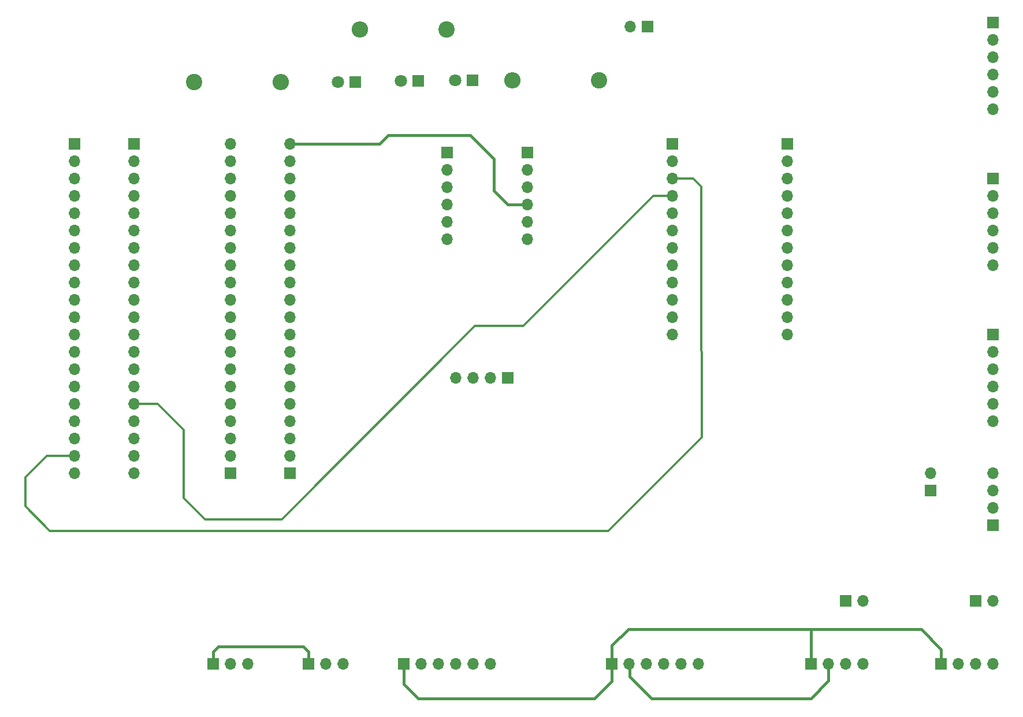
<source format=gbr>
%TF.GenerationSoftware,KiCad,Pcbnew,(5.1.9)-1*%
%TF.CreationDate,2021-08-03T11:56:42-05:00*%
%TF.ProjectId,prototipo_2,70726f74-6f74-4697-906f-5f322e6b6963,rev?*%
%TF.SameCoordinates,Original*%
%TF.FileFunction,Copper,L2,Bot*%
%TF.FilePolarity,Positive*%
%FSLAX46Y46*%
G04 Gerber Fmt 4.6, Leading zero omitted, Abs format (unit mm)*
G04 Created by KiCad (PCBNEW (5.1.9)-1) date 2021-08-03 11:56:42*
%MOMM*%
%LPD*%
G01*
G04 APERTURE LIST*
%TA.AperFunction,ComponentPad*%
%ADD10O,1.700000X1.700000*%
%TD*%
%TA.AperFunction,ComponentPad*%
%ADD11R,1.700000X1.700000*%
%TD*%
%TA.AperFunction,ComponentPad*%
%ADD12O,2.400000X2.400000*%
%TD*%
%TA.AperFunction,ComponentPad*%
%ADD13C,2.400000*%
%TD*%
%TA.AperFunction,ComponentPad*%
%ADD14C,1.800000*%
%TD*%
%TA.AperFunction,ComponentPad*%
%ADD15R,1.800000X1.800000*%
%TD*%
%TA.AperFunction,Conductor*%
%ADD16C,0.400000*%
%TD*%
%TA.AperFunction,Conductor*%
%ADD17C,0.300000*%
%TD*%
G04 APERTURE END LIST*
D10*
%TO.P,Mux_izq1,12*%
%TO.N,/SC1*%
X165100000Y-97790000D03*
%TO.P,Mux_izq1,11*%
%TO.N,/SD1*%
X165100000Y-95250000D03*
%TO.P,Mux_izq1,10*%
%TO.N,/SC0*%
X165100000Y-92710000D03*
%TO.P,Mux_izq1,9*%
%TO.N,/SD0*%
X165100000Y-90170000D03*
%TO.P,Mux_izq1,8*%
%TO.N,GND*%
X165100000Y-87630000D03*
%TO.P,Mux_izq1,7*%
X165100000Y-85090000D03*
%TO.P,Mux_izq1,6*%
X165100000Y-82550000D03*
%TO.P,Mux_izq1,5*%
%TO.N,/RST*%
X165100000Y-80010000D03*
%TO.P,Mux_izq1,4*%
%TO.N,/SCL*%
X165100000Y-77470000D03*
%TO.P,Mux_izq1,3*%
%TO.N,/SDA*%
X165100000Y-74930000D03*
%TO.P,Mux_izq1,2*%
%TO.N,GND*%
X165100000Y-72390000D03*
D11*
%TO.P,Mux_izq1,1*%
%TO.N,+3V3*%
X165100000Y-69850000D03*
%TD*%
D10*
%TO.P,ALIMENTACION1,2*%
%TO.N,GND*%
X158851600Y-52666900D03*
D11*
%TO.P,ALIMENTACION1,1*%
%TO.N,+3V3*%
X161391600Y-52666900D03*
%TD*%
D10*
%TO.P,Widora_izq1,20*%
%TO.N,GND*%
X86160000Y-118110000D03*
%TO.P,Widora_izq1,19*%
%TO.N,/SDA*%
X86160000Y-115570000D03*
%TO.P,Widora_izq1,18*%
%TO.N,/TXD0*%
X86160000Y-113030000D03*
%TO.P,Widora_izq1,17*%
%TO.N,/RXD0*%
X86160000Y-110490000D03*
%TO.P,Widora_izq1,16*%
%TO.N,/SCL*%
X86160000Y-107950000D03*
%TO.P,Widora_izq1,15*%
%TO.N,/IO19*%
X86160000Y-105410000D03*
%TO.P,Widora_izq1,14*%
%TO.N,/IO23*%
X86160000Y-102870000D03*
%TO.P,Widora_izq1,13*%
%TO.N,/IO18*%
X86160000Y-100330000D03*
%TO.P,Widora_izq1,12*%
%TO.N,/IO5*%
X86160000Y-97790000D03*
%TO.P,Widora_izq1,11*%
%TO.N,/SPID*%
X86160000Y-95250000D03*
%TO.P,Widora_izq1,10*%
%TO.N,/SPIQ*%
X86160000Y-92710000D03*
%TO.P,Widora_izq1,9*%
%TO.N,/CLK*%
X86160000Y-90170000D03*
%TO.P,Widora_izq1,8*%
%TO.N,/CS0*%
X86160000Y-87630000D03*
%TO.P,Widora_izq1,7*%
%TO.N,/WP*%
X86160000Y-85090000D03*
%TO.P,Widora_izq1,6*%
%TO.N,/HD*%
X86160000Y-82550000D03*
%TO.P,Widora_izq1,5*%
%TO.N,/TX2*%
X86160000Y-80010000D03*
%TO.P,Widora_izq1,4*%
%TO.N,/RX2*%
X86160000Y-77470000D03*
%TO.P,Widora_izq1,3*%
%TO.N,+3V3*%
X86160000Y-74930000D03*
%TO.P,Widora_izq1,2*%
%TO.N,GND*%
X86160000Y-72390000D03*
D11*
%TO.P,Widora_izq1,1*%
%TO.N,+3V3*%
X86160000Y-69850000D03*
%TD*%
D10*
%TO.P,Widora_der1,20*%
%TO.N,+5V*%
X108970000Y-69850000D03*
%TO.P,Widora_der1,19*%
%TO.N,GND*%
X108970000Y-72390000D03*
%TO.P,Widora_der1,18*%
%TO.N,/IO4*%
X108970000Y-74930000D03*
%TO.P,Widora_der1,17*%
%TO.N,/IO0*%
X108970000Y-77470000D03*
%TO.P,Widora_der1,16*%
%TO.N,/IO2*%
X108970000Y-80010000D03*
%TO.P,Widora_der1,15*%
%TO.N,/IO15*%
X108970000Y-82550000D03*
%TO.P,Widora_der1,14*%
%TO.N,/IO13*%
X108970000Y-85090000D03*
%TO.P,Widora_der1,13*%
%TO.N,/IO12*%
X108970000Y-87630000D03*
%TO.P,Widora_der1,12*%
%TO.N,/IO14*%
X108970000Y-90170000D03*
%TO.P,Widora_der1,11*%
%TO.N,/IO27*%
X108970000Y-92710000D03*
%TO.P,Widora_der1,10*%
%TO.N,/IO26*%
X108970000Y-95250000D03*
%TO.P,Widora_der1,9*%
%TO.N,/IO25*%
X108970000Y-97790000D03*
%TO.P,Widora_der1,8*%
%TO.N,/IO33*%
X108970000Y-100330000D03*
%TO.P,Widora_der1,7*%
%TO.N,/IO32*%
X108970000Y-102870000D03*
%TO.P,Widora_der1,6*%
%TO.N,/RXO1*%
X108970000Y-105410000D03*
%TO.P,Widora_der1,5*%
%TO.N,/RXO2*%
X108970000Y-107950000D03*
%TO.P,Widora_der1,4*%
%TO.N,/PU*%
X108970000Y-110490000D03*
%TO.P,Widora_der1,3*%
%TO.N,/VN*%
X108970000Y-113030000D03*
%TO.P,Widora_der1,2*%
%TO.N,/VP*%
X108970000Y-115570000D03*
D11*
%TO.P,Widora_der1,1*%
%TO.N,GND*%
X108970000Y-118110000D03*
%TD*%
D10*
%TO.P,Widora_aux_izq1,20*%
%TO.N,GND*%
X77470000Y-118110000D03*
%TO.P,Widora_aux_izq1,19*%
%TO.N,/SDA*%
X77470000Y-115570000D03*
%TO.P,Widora_aux_izq1,18*%
%TO.N,/TXD0*%
X77470000Y-113030000D03*
%TO.P,Widora_aux_izq1,17*%
%TO.N,/RXD0*%
X77470000Y-110490000D03*
%TO.P,Widora_aux_izq1,16*%
%TO.N,/SCL*%
X77470000Y-107950000D03*
%TO.P,Widora_aux_izq1,15*%
%TO.N,/IO19*%
X77470000Y-105410000D03*
%TO.P,Widora_aux_izq1,14*%
%TO.N,/IO23*%
X77470000Y-102870000D03*
%TO.P,Widora_aux_izq1,13*%
%TO.N,/IO18*%
X77470000Y-100330000D03*
%TO.P,Widora_aux_izq1,12*%
%TO.N,/IO5*%
X77470000Y-97790000D03*
%TO.P,Widora_aux_izq1,11*%
%TO.N,/SPID*%
X77470000Y-95250000D03*
%TO.P,Widora_aux_izq1,10*%
%TO.N,/SPIQ*%
X77470000Y-92710000D03*
%TO.P,Widora_aux_izq1,9*%
%TO.N,/CLK*%
X77470000Y-90170000D03*
%TO.P,Widora_aux_izq1,8*%
%TO.N,/CS0*%
X77470000Y-87630000D03*
%TO.P,Widora_aux_izq1,7*%
%TO.N,/WP*%
X77470000Y-85090000D03*
%TO.P,Widora_aux_izq1,6*%
%TO.N,/HD*%
X77470000Y-82550000D03*
%TO.P,Widora_aux_izq1,5*%
%TO.N,/TX2*%
X77470000Y-80010000D03*
%TO.P,Widora_aux_izq1,4*%
%TO.N,/RX2*%
X77470000Y-77470000D03*
%TO.P,Widora_aux_izq1,3*%
%TO.N,+3V3*%
X77470000Y-74930000D03*
%TO.P,Widora_aux_izq1,2*%
%TO.N,GND*%
X77470000Y-72390000D03*
D11*
%TO.P,Widora_aux_izq1,1*%
%TO.N,+3V3*%
X77470000Y-69850000D03*
%TD*%
D10*
%TO.P,Widora_aux_der1,20*%
%TO.N,+5V*%
X100280000Y-69850000D03*
%TO.P,Widora_aux_der1,19*%
%TO.N,GND*%
X100280000Y-72390000D03*
%TO.P,Widora_aux_der1,18*%
%TO.N,/IO4*%
X100280000Y-74930000D03*
%TO.P,Widora_aux_der1,17*%
%TO.N,/IO0*%
X100280000Y-77470000D03*
%TO.P,Widora_aux_der1,16*%
%TO.N,/IO2*%
X100280000Y-80010000D03*
%TO.P,Widora_aux_der1,15*%
%TO.N,/IO15*%
X100280000Y-82550000D03*
%TO.P,Widora_aux_der1,14*%
%TO.N,/IO13*%
X100280000Y-85090000D03*
%TO.P,Widora_aux_der1,13*%
%TO.N,/IO12*%
X100280000Y-87630000D03*
%TO.P,Widora_aux_der1,12*%
%TO.N,/IO14*%
X100280000Y-90170000D03*
%TO.P,Widora_aux_der1,11*%
%TO.N,/IO27*%
X100280000Y-92710000D03*
%TO.P,Widora_aux_der1,10*%
%TO.N,/IO26*%
X100280000Y-95250000D03*
%TO.P,Widora_aux_der1,9*%
%TO.N,/IO25*%
X100280000Y-97790000D03*
%TO.P,Widora_aux_der1,8*%
%TO.N,/IO33*%
X100280000Y-100330000D03*
%TO.P,Widora_aux_der1,7*%
%TO.N,/IO32*%
X100280000Y-102870000D03*
%TO.P,Widora_aux_der1,6*%
%TO.N,/RXO1*%
X100280000Y-105410000D03*
%TO.P,Widora_aux_der1,5*%
%TO.N,/RXO2*%
X100280000Y-107950000D03*
%TO.P,Widora_aux_der1,4*%
%TO.N,/PU*%
X100280000Y-110490000D03*
%TO.P,Widora_aux_der1,3*%
%TO.N,/VN*%
X100280000Y-113030000D03*
%TO.P,Widora_aux_der1,2*%
%TO.N,/VP*%
X100280000Y-115570000D03*
D11*
%TO.P,Widora_aux_der1,1*%
%TO.N,GND*%
X100280000Y-118110000D03*
%TD*%
D10*
%TO.P,Vel_traser1,3*%
%TO.N,+5V*%
X116840000Y-146050000D03*
%TO.P,Vel_traser1,2*%
%TO.N,/RXI2*%
X114300000Y-146050000D03*
D11*
%TO.P,Vel_traser1,1*%
%TO.N,GND*%
X111760000Y-146050000D03*
%TD*%
D10*
%TO.P,Vel_delant1,3*%
%TO.N,+5V*%
X102870000Y-146050000D03*
%TO.P,Vel_delant1,2*%
%TO.N,/RXI1*%
X100330000Y-146050000D03*
D11*
%TO.P,Vel_delant1,1*%
%TO.N,GND*%
X97790000Y-146050000D03*
%TD*%
D12*
%TO.P,R3,2*%
%TO.N,Net-(D3-Pad1)*%
X141566900Y-60553600D03*
D13*
%TO.P,R3,1*%
%TO.N,GND*%
X154266900Y-60553600D03*
%TD*%
D12*
%TO.P,R2,2*%
%TO.N,Net-(D2-Pad1)*%
X119240300Y-53060600D03*
D13*
%TO.P,R2,1*%
%TO.N,GND*%
X131940300Y-53060600D03*
%TD*%
D12*
%TO.P,R1,2*%
%TO.N,Net-(D1-Pad1)*%
X107657900Y-60782200D03*
D13*
%TO.P,R1,1*%
%TO.N,GND*%
X94957900Y-60782200D03*
%TD*%
D10*
%TO.P,Mux_der1,12*%
%TO.N,/SC7*%
X181880000Y-97790000D03*
%TO.P,Mux_der1,11*%
%TO.N,/SD7*%
X181880000Y-95250000D03*
%TO.P,Mux_der1,10*%
%TO.N,/SC6*%
X181880000Y-92710000D03*
%TO.P,Mux_der1,9*%
%TO.N,/SD6*%
X181880000Y-90170000D03*
%TO.P,Mux_der1,8*%
%TO.N,/SC5*%
X181880000Y-87630000D03*
%TO.P,Mux_der1,7*%
%TO.N,/SD5*%
X181880000Y-85090000D03*
%TO.P,Mux_der1,6*%
%TO.N,/SC4*%
X181880000Y-82550000D03*
%TO.P,Mux_der1,5*%
%TO.N,/SD4*%
X181880000Y-80010000D03*
%TO.P,Mux_der1,4*%
%TO.N,/SC3*%
X181880000Y-77470000D03*
%TO.P,Mux_der1,3*%
%TO.N,/SD3*%
X181880000Y-74930000D03*
%TO.P,Mux_der1,2*%
%TO.N,/SC2*%
X181880000Y-72390000D03*
D11*
%TO.P,Mux_der1,1*%
%TO.N,/SD2*%
X181880000Y-69850000D03*
%TD*%
D10*
%TO.P,Laser_amort_izq1,4*%
%TO.N,/SD5*%
X193040000Y-146050000D03*
%TO.P,Laser_amort_izq1,3*%
%TO.N,/SC5*%
X190500000Y-146050000D03*
%TO.P,Laser_amort_izq1,2*%
%TO.N,GND*%
X187960000Y-146050000D03*
D11*
%TO.P,Laser_amort_izq1,1*%
%TO.N,+3V3*%
X185420000Y-146050000D03*
%TD*%
D10*
%TO.P,Laser_amort_der1,4*%
%TO.N,/SD6*%
X212090000Y-118110000D03*
%TO.P,Laser_amort_der1,3*%
%TO.N,/SC6*%
X212090000Y-120650000D03*
%TO.P,Laser_amort_der1,2*%
%TO.N,GND*%
X212090000Y-123190000D03*
D11*
%TO.P,Laser_amort_der1,1*%
%TO.N,+3V3*%
X212090000Y-125730000D03*
%TD*%
D10*
%TO.P,Laser_amor_delant1,4*%
%TO.N,/SD7*%
X212090000Y-146050000D03*
%TO.P,Laser_amor_delant1,3*%
%TO.N,/SC7*%
X209550000Y-146050000D03*
%TO.P,Laser_amor_delant1,2*%
%TO.N,GND*%
X207010000Y-146050000D03*
D11*
%TO.P,Laser_amor_delant1,1*%
%TO.N,+3V3*%
X204470000Y-146050000D03*
%TD*%
D10*
%TO.P,J14,2*%
%TO.N,/X6*%
X202880000Y-118110000D03*
D11*
%TO.P,J14,1*%
%TO.N,/G6*%
X202880000Y-120650000D03*
%TD*%
D10*
%TO.P,J13,2*%
%TO.N,/X7*%
X193040000Y-136840000D03*
D11*
%TO.P,J13,1*%
%TO.N,/G7*%
X190500000Y-136840000D03*
%TD*%
D10*
%TO.P,J12,2*%
%TO.N,/X5*%
X212090000Y-136840000D03*
D11*
%TO.P,J12,1*%
%TO.N,/G5*%
X209550000Y-136840000D03*
%TD*%
D10*
%TO.P,IMU4,6*%
%TO.N,/FSYNC4*%
X212090000Y-110490000D03*
%TO.P,IMU4,5*%
%TO.N,/INT4*%
X212090000Y-107950000D03*
%TO.P,IMU4,4*%
%TO.N,/SC4*%
X212090000Y-105410000D03*
%TO.P,IMU4,3*%
%TO.N,/SD4*%
X212090000Y-102870000D03*
%TO.P,IMU4,2*%
%TO.N,GND*%
X212090000Y-100330000D03*
D11*
%TO.P,IMU4,1*%
%TO.N,+3V3*%
X212090000Y-97790000D03*
%TD*%
D10*
%TO.P,IMU3,6*%
%TO.N,/FSYNC3*%
X212090000Y-87630000D03*
%TO.P,IMU3,5*%
%TO.N,/INT3*%
X212090000Y-85090000D03*
%TO.P,IMU3,4*%
%TO.N,/SC3*%
X212090000Y-82550000D03*
%TO.P,IMU3,3*%
%TO.N,/SD3*%
X212090000Y-80010000D03*
%TO.P,IMU3,2*%
%TO.N,GND*%
X212090000Y-77470000D03*
D11*
%TO.P,IMU3,1*%
%TO.N,+3V3*%
X212090000Y-74930000D03*
%TD*%
D10*
%TO.P,IMU2,6*%
%TO.N,/FSYNC2*%
X212090000Y-64770000D03*
%TO.P,IMU2,5*%
%TO.N,/INT2*%
X212090000Y-62230000D03*
%TO.P,IMU2,4*%
%TO.N,/SC2*%
X212090000Y-59690000D03*
%TO.P,IMU2,3*%
%TO.N,/SD2*%
X212090000Y-57150000D03*
%TO.P,IMU2,2*%
%TO.N,GND*%
X212090000Y-54610000D03*
D11*
%TO.P,IMU2,1*%
%TO.N,+3V3*%
X212090000Y-52070000D03*
%TD*%
D10*
%TO.P,IMU1,6*%
%TO.N,/FSYNC1*%
X168910000Y-146050000D03*
%TO.P,IMU1,5*%
%TO.N,/INT1*%
X166370000Y-146050000D03*
%TO.P,IMU1,4*%
%TO.N,/SC1*%
X163830000Y-146050000D03*
%TO.P,IMU1,3*%
%TO.N,/SD1*%
X161290000Y-146050000D03*
%TO.P,IMU1,2*%
%TO.N,GND*%
X158750000Y-146050000D03*
D11*
%TO.P,IMU1,1*%
%TO.N,+3V3*%
X156210000Y-146050000D03*
%TD*%
D10*
%TO.P,IMU0,6*%
%TO.N,/FSYNC0*%
X138430000Y-146050000D03*
%TO.P,IMU0,5*%
%TO.N,/INT0*%
X135890000Y-146050000D03*
%TO.P,IMU0,4*%
%TO.N,/SC0*%
X133350000Y-146050000D03*
%TO.P,IMU0,3*%
%TO.N,/SD0*%
X130810000Y-146050000D03*
%TO.P,IMU0,2*%
%TO.N,GND*%
X128270000Y-146050000D03*
D11*
%TO.P,IMU0,1*%
%TO.N,+3V3*%
X125730000Y-146050000D03*
%TD*%
%TO.P,GPS1,1*%
%TO.N,GND*%
X140970000Y-104140000D03*
D10*
%TO.P,GPS1,2*%
%TO.N,/RX2*%
X138430000Y-104140000D03*
%TO.P,GPS1,3*%
%TO.N,/TX2*%
X135890000Y-104140000D03*
%TO.P,GPS1,4*%
%TO.N,+5V*%
X133350000Y-104140000D03*
%TD*%
D14*
%TO.P,D3,2*%
%TO.N,/IO12*%
X133248400Y-60553600D03*
D15*
%TO.P,D3,1*%
%TO.N,Net-(D3-Pad1)*%
X135788400Y-60553600D03*
%TD*%
D14*
%TO.P,D2,2*%
%TO.N,/IO13*%
X125272800Y-60617100D03*
D15*
%TO.P,D2,1*%
%TO.N,Net-(D2-Pad1)*%
X127812800Y-60617100D03*
%TD*%
D14*
%TO.P,D1,2*%
%TO.N,/IO15*%
X116027200Y-60794900D03*
D15*
%TO.P,D1,1*%
%TO.N,Net-(D1-Pad1)*%
X118567200Y-60794900D03*
%TD*%
D10*
%TO.P,Conv_lvl_izq1,6*%
%TO.N,/TXI2*%
X132080000Y-83820000D03*
%TO.P,Conv_lvl_izq1,5*%
%TO.N,/RXO2*%
X132080000Y-81280000D03*
%TO.P,Conv_lvl_izq1,4*%
%TO.N,GND*%
X132080000Y-78740000D03*
%TO.P,Conv_lvl_izq1,3*%
%TO.N,+3V3*%
X132080000Y-76200000D03*
%TO.P,Conv_lvl_izq1,2*%
%TO.N,/RXO1*%
X132080000Y-73660000D03*
D11*
%TO.P,Conv_lvl_izq1,1*%
%TO.N,/TXI1*%
X132080000Y-71120000D03*
%TD*%
D10*
%TO.P,Conv_lvl_der1,6*%
%TO.N,/TXO1*%
X143780000Y-83820000D03*
%TO.P,Conv_lvl_der1,5*%
%TO.N,/RXI1*%
X143780000Y-81280000D03*
%TO.P,Conv_lvl_der1,4*%
%TO.N,+5V*%
X143780000Y-78740000D03*
%TO.P,Conv_lvl_der1,3*%
%TO.N,GND*%
X143780000Y-76200000D03*
%TO.P,Conv_lvl_der1,2*%
%TO.N,/RXI2*%
X143780000Y-73660000D03*
D11*
%TO.P,Conv_lvl_der1,1*%
%TO.N,/TXO2*%
X143780000Y-71120000D03*
%TD*%
D16*
%TO.N,+3V3*%
X151130000Y-151130000D02*
X130810000Y-151130000D01*
X161290000Y-140970000D02*
X180340000Y-140970000D01*
X161290000Y-140970000D02*
X158597600Y-140970000D01*
X156210000Y-143357600D02*
X156210000Y-146050000D01*
X158597600Y-140970000D02*
X156210000Y-143357600D01*
X151130000Y-151130000D02*
X153631900Y-151130000D01*
X156210000Y-148551900D02*
X156210000Y-146050000D01*
X153631900Y-151130000D02*
X156210000Y-148551900D01*
X130810000Y-151130000D02*
X127825500Y-151130000D01*
X125730000Y-149034500D02*
X125730000Y-146050000D01*
X127825500Y-151130000D02*
X125730000Y-149034500D01*
X180340000Y-140970000D02*
X183692800Y-140970000D01*
X204470000Y-146050000D02*
X204470000Y-143929100D01*
X204470000Y-143929100D02*
X201510900Y-140970000D01*
X185420000Y-141033500D02*
X185356500Y-140970000D01*
X185420000Y-146050000D02*
X185420000Y-141033500D01*
X185356500Y-140970000D02*
X183692800Y-140970000D01*
X201510900Y-140970000D02*
X185356500Y-140970000D01*
%TO.N,GND*%
X187960000Y-148508720D02*
X187960000Y-146050000D01*
X185338720Y-151130000D02*
X187960000Y-148508720D01*
X163830000Y-151130000D02*
X185338720Y-151130000D01*
X163830000Y-151130000D02*
X162029140Y-151130000D01*
X162029140Y-151130000D02*
X158798260Y-147899120D01*
X158798260Y-146098260D02*
X158750000Y-146050000D01*
X158798260Y-147899120D02*
X158798260Y-146098260D01*
X110998000Y-143510000D02*
X111760000Y-144272000D01*
X98552000Y-143510000D02*
X110998000Y-143510000D01*
X97790000Y-144272000D02*
X98552000Y-143510000D01*
X111760000Y-144272000D02*
X111760000Y-146050000D01*
X97790000Y-146050000D02*
X97790000Y-144272000D01*
%TO.N,+5V*%
X108970000Y-69850000D02*
X122174000Y-69850000D01*
X122174000Y-69850000D02*
X123431300Y-68592700D01*
X123431300Y-68592700D02*
X135432800Y-68592700D01*
X135432800Y-68592700D02*
X138874500Y-72034400D01*
X138874500Y-72034400D02*
X138874500Y-76682600D01*
X140931900Y-78740000D02*
X143780000Y-78740000D01*
X138874500Y-76682600D02*
X140931900Y-78740000D01*
D17*
%TO.N,/SDA*%
X165100000Y-74930000D02*
X168122600Y-74930000D01*
X168122600Y-74930000D02*
X169303700Y-76111100D01*
X169303700Y-100191298D02*
X169405300Y-100292898D01*
X169303700Y-76111100D02*
X169303700Y-100191298D01*
X169405300Y-100292898D02*
X169405300Y-112826800D01*
X169405300Y-112826800D02*
X155702000Y-126530100D01*
X155702000Y-126530100D02*
X73812400Y-126530100D01*
X73812400Y-126530100D02*
X70231000Y-122948700D01*
X70231000Y-122948700D02*
X70231000Y-118719600D01*
X73380600Y-115570000D02*
X77470000Y-115570000D01*
X70231000Y-118719600D02*
X73380600Y-115570000D01*
%TO.N,/SCL*%
X89585800Y-107950000D02*
X86160000Y-107950000D01*
X93408500Y-111772700D02*
X89585800Y-107950000D01*
X93408500Y-121704100D02*
X93408500Y-111772700D01*
X96570800Y-124866400D02*
X93408500Y-121704100D01*
X107784900Y-124866400D02*
X96570800Y-124866400D01*
X136131300Y-96520000D02*
X107784900Y-124866400D01*
X143243300Y-96520000D02*
X136131300Y-96520000D01*
X162293300Y-77470000D02*
X143243300Y-96520000D01*
X165100000Y-77470000D02*
X162293300Y-77470000D01*
%TD*%
M02*

</source>
